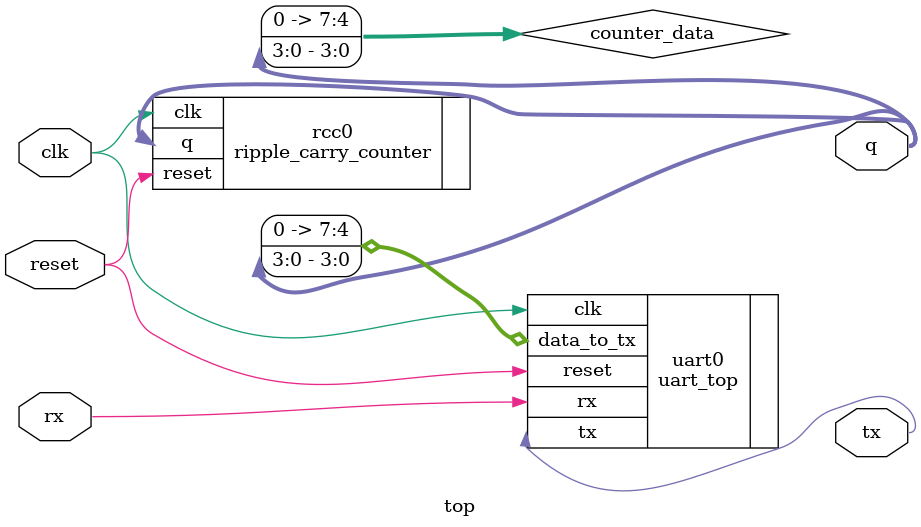
<source format=v>
module top
(
	input clk,reset,rx,
	output [3:0] q,
	output tx
	);
	wire [7:0] counter_data;
	
	assign counter_data = {4'b0,q};

	ripple_carry_counter rcc0
	(
		.clk(clk),
		.reset(reset),
		.q(q)
	);
	uart_top uart0
	(
		.clk(clk),
		.reset(reset),
		.data_to_tx(counter_data),
		.rx(rx),
		.tx(tx)
	);
	
	endmodule
</source>
